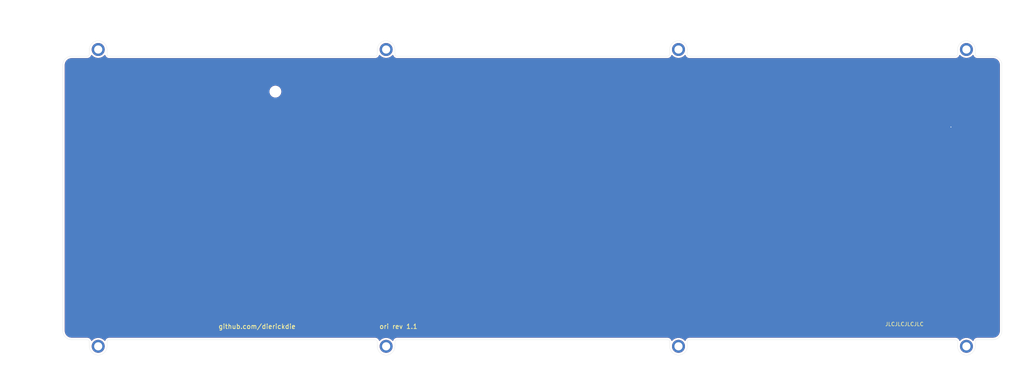
<source format=kicad_pcb>
(kicad_pcb (version 20171130) (host pcbnew "(5.1.10-1-10_14)")
  (layers (0 F.Cu signal) (31 B.Cu signal) (34 B.Paste user) (35 F.Paste user) (36 B.SilkS user) (37 F.SilkS user) (38 B.Mask user) (39 F.Mask user) (44 Edge.Cuts user))
  (net 0 "")
  (net 1 GND)
  (net 2 "Net-(D1-Pad1)")
  (module Keeb_footprints:D_SOD-123_modified (layer F.Cu) (at 389.36137 59.51884 180)
    (fp_text reference D1)
    (fp_text value DIODE)
    (pad 2 smd roundrect (at 1.65 0 180) (size 1 1.2) (layers F.Cu F.Paste F.Mask) (net 1 GND))
    (pad 1 smd roundrect (at -1.65 0 180) (size 1 1.2) (layers F.Cu F.Paste F.Mask) (net 2 "Net-(D1-Pad1)"))
  )
  (module random-keyboard-parts:Generic-Mounthole (layer F.Cu) (at 203.623474 49.993944)
    (fp_text reference H12)
    (fp_text value MountingHole)
    (pad "" np_thru_hole circle (at 0 0) (size 2.2 2.2) (drill 2.2) (layers *.Cu *.Mask))
  )
  (module random-keyboard-parts:Generic-Mounthole (layer F.Cu) (at 311.970354 118.454889)
    (fp_text reference H6)
    (fp_text value MountingHole)
    (pad 1 thru_hole circle (at 0 0) (size 3.5 3.5) (drill 2.2) (layers *.Cu *.Mask))
  )
  (module random-keyboard-parts:Generic-Mounthole (layer F.Cu) (at 311.970354 38.682951)
    (fp_text reference H5)
    (fp_text value MountingHole)
    (pad 1 thru_hole circle (at 0 0) (size 3.5 3.5) (drill 2.2) (layers *.Cu *.Mask))
  )
  (module random-keyboard-parts:Generic-Mounthole (layer F.Cu) (at 233.389042 118.454889)
    (fp_text reference H4)
    (fp_text value MountingHole)
    (pad 1 thru_hole circle (at 0 0) (size 3.5 3.5) (drill 2.2) (layers *.Cu *.Mask))
  )
  (module random-keyboard-parts:Generic-Mounthole (layer F.Cu) (at 233.389042 38.682951)
    (fp_text reference H3)
    (fp_text value MountingHole)
    (pad 1 thru_hole circle (at 0 0) (size 3.5 3.5) (drill 2.2) (layers *.Cu *.Mask))
  )
  (module random-keyboard-parts:Generic-Mounthole (layer F.Cu) (at 155.998322 118.454889)
    (fp_text reference H2)
    (fp_text value MountingHole)
    (pad 1 thru_hole circle (at 0 0) (size 3.5 3.5) (drill 2.2) (layers *.Cu *.Mask))
  )
  (module random-keyboard-parts:Generic-Mounthole (layer F.Cu) (at 155.998322 38.683016)
    (fp_text reference H1)
    (fp_text value MountingHole)
    (pad 1 thru_hole circle (at 0 0) (size 3.5 3.5) (drill 2.2) (layers *.Cu *.Mask))
  )
  (module Keeb_footprints:MX100_outline (layer F.Cu) (at 389.36137 69.04388)
    (fp_text reference U53)
    (fp_text value HOLE)
  )
  (module Keeb_footprints:MX100_outline (layer F.Cu) (at 389.33601 107.1567)
    (fp_text reference U61)
    (fp_text value HOLE)
  )
  (module Keeb_footprints:MX100_outline (layer F.Cu) (at 389.33601 50.00646)
    (fp_text reference U49)
    (fp_text value HOLE)
  )
  (module random-keyboard-parts:Generic-Mounthole (layer F.Cu) (at 389.360818 38.683016)
    (fp_text reference H7)
    (fp_text value MountingHole)
    (pad 1 thru_hole circle (at 0 0) (size 3.5 3.5) (drill 2.2) (layers *.Cu *.Mask))
  )
  (module Keeb_footprints:MX100_outline (layer F.Cu) (at 389.361002 88.10662)
    (fp_text reference U57)
    (fp_text value HOLE)
  )
  (module random-keyboard-parts:Generic-Mounthole (layer F.Cu) (at 389.360818 118.454824)
    (fp_text reference H8)
    (fp_text value MountingHole)
    (pad 1 thru_hole circle (at 0 0) (size 3.5 3.5) (drill 2.2) (layers *.Cu *.Mask))
  )
  (module Keeb_footprints:MX100_outline (layer F.Cu) (at 365.52341 107.1567)
    (fp_text reference U48)
    (fp_text value HOLE)
  )
  (module Keeb_footprints:MX100_outline (layer F.Cu) (at 346.47333 107.16)
    (fp_text reference U47)
    (fp_text value HOLE)
  )
  (module Keeb_footprints:MX100_outline (layer F.Cu) (at 327.42325 107.1567)
    (fp_text reference U46)
    (fp_text value HOLE)
  )
  (module Keeb_footprints:MX100_outline (layer F.Cu) (at 308.37317 107.1567)
    (fp_text reference U45)
    (fp_text value HOLE)
  )
  (module Keeb_footprints:MX100_outline (layer F.Cu) (at 289.32309 107.1567)
    (fp_text reference U44)
    (fp_text value HOLE)
  )
  (module Keeb_footprints:MX100_outline (layer F.Cu) (at 270.27301 107.1567)
    (fp_text reference U43)
    (fp_text value HOLE)
  )
  (module Keeb_footprints:MX100_outline (layer F.Cu) (at 251.22293 107.1567)
    (fp_text reference U42)
    (fp_text value HOLE)
  )
  (module Keeb_footprints:MX100_outline (layer F.Cu) (at 251.22293 88.10662)
    (fp_text reference U30)
    (fp_text value HOLE)
  )
  (module Keeb_footprints:MX100_outline (layer F.Cu) (at 232.17285 88.10662)
    (fp_text reference U29)
    (fp_text value HOLE)
  )
  (module Keeb_footprints:MX100_outline (layer F.Cu) (at 213.12277 88.10662)
    (fp_text reference U28)
    (fp_text value HOLE)
  )
  (module Keeb_footprints:MX100_outline (layer F.Cu) (at 194.07269 88.10662)
    (fp_text reference U27)
    (fp_text value HOLE)
  )
  (module Keeb_footprints:MX100_outline (layer F.Cu) (at 175.02261 88.10662)
    (fp_text reference U26)
    (fp_text value HOLE)
  )
  (module Keeb_footprints:MX100_outline (layer F.Cu) (at 155.97253 88.10662)
    (fp_text reference U25)
    (fp_text value HOLE)
  )
  (module Keeb_footprints:MX100_outline (layer F.Cu) (at 365.52341 69.05654)
    (fp_text reference U24)
    (fp_text value HOLE)
  )
  (module Keeb_footprints:MX100_outline (layer F.Cu) (at 232.17285 107.1567)
    (fp_text reference U41)
    (fp_text value HOLE)
  )
  (module Keeb_footprints:MX100_outline (layer F.Cu) (at 213.12277 107.1567)
    (fp_text reference U40)
    (fp_text value HOLE)
  )
  (module Keeb_footprints:MX100_outline (layer F.Cu) (at 194.07269 107.1567)
    (fp_text reference U39)
    (fp_text value HOLE)
  )
  (module Keeb_footprints:MX100_outline (layer F.Cu) (at 175.02261 107.1567)
    (fp_text reference U38)
    (fp_text value HOLE)
  )
  (module Keeb_footprints:MX100_outline (layer F.Cu) (at 155.97253 107.1567)
    (fp_text reference U37)
    (fp_text value HOLE)
  )
  (module Keeb_footprints:MX100_outline (layer F.Cu) (at 365.52341 88.10662)
    (fp_text reference U36)
    (fp_text value HOLE)
  )
  (module Keeb_footprints:MX100_outline (layer F.Cu) (at 346.47333 88.10662)
    (fp_text reference U35)
    (fp_text value HOLE)
  )
  (module Keeb_footprints:MX100_outline (layer F.Cu) (at 327.42325 88.10662)
    (fp_text reference U34)
    (fp_text value HOLE)
  )
  (module Keeb_footprints:MX100_outline (layer F.Cu) (at 308.37317 88.10662)
    (fp_text reference U33)
    (fp_text value HOLE)
  )
  (module Keeb_footprints:MX100_outline (layer F.Cu) (at 289.32309 88.10662)
    (fp_text reference U32)
    (fp_text value HOLE)
  )
  (module Keeb_footprints:MX100_outline (layer F.Cu) (at 270.27301 88.10662)
    (fp_text reference U31)
    (fp_text value HOLE)
  )
  (module Keeb_footprints:MX100_outline (layer F.Cu) (at 346.47333 69.05654)
    (fp_text reference U23)
    (fp_text value HOLE)
  )
  (module Keeb_footprints:MX100_outline (layer F.Cu) (at 327.42325 69.05654)
    (fp_text reference U22)
    (fp_text value HOLE)
  )
  (module Keeb_footprints:MX100_outline (layer F.Cu) (at 308.37317 69.05654)
    (fp_text reference U21)
    (fp_text value HOLE)
  )
  (module Keeb_footprints:MX100_outline (layer F.Cu) (at 289.32309 69.05654)
    (fp_text reference U20)
    (fp_text value HOLE)
  )
  (module Keeb_footprints:MX100_outline (layer F.Cu) (at 270.27301 69.05654)
    (fp_text reference U19)
    (fp_text value HOLE)
  )
  (module Keeb_footprints:MX100_outline (layer F.Cu) (at 251.22293 69.05654)
    (fp_text reference U18)
    (fp_text value HOLE)
  )
  (module Keeb_footprints:MX100_outline (layer F.Cu) (at 232.17285 69.05654)
    (fp_text reference U17)
    (fp_text value HOLE)
  )
  (module Keeb_footprints:MX100_outline (layer F.Cu) (at 213.12277 69.05654)
    (fp_text reference U16)
    (fp_text value HOLE)
  )
  (module Keeb_footprints:MX100_outline (layer F.Cu) (at 194.07269 69.05654)
    (fp_text reference U15)
    (fp_text value HOLE)
  )
  (module Keeb_footprints:MX100_outline (layer F.Cu) (at 175.02261 69.05654)
    (fp_text reference U14)
    (fp_text value HOLE)
  )
  (module Keeb_footprints:MX100_outline (layer F.Cu) (at 155.97253 69.05654)
    (fp_text reference U13)
    (fp_text value HOLE)
  )
  (module Keeb_footprints:MX100_outline (layer F.Cu) (at 365.52341 50.00646)
    (fp_text reference U12)
    (fp_text value HOLE)
  )
  (module Keeb_footprints:MX100_outline (layer F.Cu) (at 346.47333 50.00646)
    (fp_text reference U11)
    (fp_text value HOLE)
  )
  (module Keeb_footprints:MX100_outline (layer F.Cu) (at 327.42325 50.00646)
    (fp_text reference U10)
    (fp_text value HOLE)
  )
  (module Keeb_footprints:MX100_outline (layer F.Cu) (at 308.37317 50.00646)
    (fp_text reference U9)
    (fp_text value HOLE)
  )
  (module Keeb_footprints:MX100_outline (layer F.Cu) (at 289.32309 50.00646)
    (fp_text reference U8)
    (fp_text value HOLE)
  )
  (module Keeb_footprints:MX100_outline (layer F.Cu) (at 270.27301 50.00646)
    (fp_text reference U7)
    (fp_text value HOLE)
  )
  (module Keeb_footprints:MX100_outline (layer F.Cu) (at 251.22293 50.00646)
    (fp_text reference U6)
    (fp_text value HOLE)
  )
  (module Keeb_footprints:MX100_outline (layer F.Cu) (at 232.17285 50.00646)
    (fp_text reference U5)
    (fp_text value HOLE)
  )
  (module Keeb_footprints:MX100_outline (layer F.Cu) (at 213.12277 50.00646)
    (fp_text reference U4)
    (fp_text value HOLE)
  )
  (module Keeb_footprints:MX100_outline (layer F.Cu) (at 194.07269 50.00646)
    (fp_text reference U3)
    (fp_text value HOLE)
  )
  (module Keeb_footprints:MX100_outline (layer F.Cu) (at 175.02261 50.00646)
    (fp_text reference U2)
    (fp_text value HOLE)
  )
  (module Keeb_footprints:MX100_outline (layer F.Cu) (at 155.97253 50.00646)
    (fp_text reference U1)
    (fp_text value HOLE)
  )
  (gr_line (start 235.77051 117.264265) (end 235.77051 118.454889) (layer Edge.Cuts) (width 0.05))
  (gr_line (start 231.008006 117.264265) (end 231.008006 118.454889) (layer Edge.Cuts) (width 0.05))
  (gr_line (start 158.379763 117.264329) (end 158.379763 118.454953) (layer Edge.Cuts) (width 0.05))
  (gr_line (start 153.617259 117.264329) (end 153.617259 118.454953) (layer Edge.Cuts) (width 0.05))
  (gr_line (start 314.351795 117.264329) (end 314.351795 118.454953) (layer Edge.Cuts) (width 0.05))
  (gr_line (start 309.589291 117.264329) (end 309.589291 118.454953) (layer Edge.Cuts) (width 0.05))
  (gr_line (start 391.742254 117.264265) (end 391.742254 118.454889) (layer Edge.Cuts) (width 0.05))
  (gr_line (start 386.97975 117.264265) (end 386.97975 118.454889) (layer Edge.Cuts) (width 0.05))
  (gr_line (start 391.741886 38.682951) (end 391.741886 39.873575) (layer Edge.Cuts) (width 0.05))
  (gr_line (start 386.979382 38.682951) (end 386.979382 39.873575) (layer Edge.Cuts) (width 0.05))
  (gr_line (start 314.351326 38.682951) (end 314.351326 39.873575) (layer Edge.Cuts) (width 0.05))
  (gr_line (start 309.588822 38.682951) (end 309.588822 39.873575) (layer Edge.Cuts) (width 0.05))
  (gr_line (start 231.007638 38.682951) (end 231.007638 39.873575) (layer Edge.Cuts) (width 0.05))
  (gr_line (start 235.770142 38.682951) (end 235.770142 39.873575) (layer Edge.Cuts) (width 0.05))
  (gr_line (start 153.617078 38.683016) (end 153.617078 39.873575) (layer Edge.Cuts) (width 0.05))
  (gr_line (start 158.379582 38.683016) (end 158.379582 39.873575) (layer Edge.Cuts) (width 0.05))
  (gr_line (start 392.337567 116.668952) (end 396.50515 116.66908) (layer Edge.Cuts) (width 0.05))
  (gr_line (start 314.947108 116.669016) (end 386.384437 116.668952) (layer Edge.Cuts) (width 0.05))
  (gr_line (start 236.365823 116.668952) (end 308.993978 116.669016) (layer Edge.Cuts) (width 0.05))
  (gr_line (start 158.975076 116.669016) (end 230.412693 116.668952) (layer Edge.Cuts) (width 0.05))
  (gr_line (start 148.85411 116.66908) (end 153.021946 116.669016) (layer Edge.Cuts) (width 0.05))
  (gr_line (start 146.47285 42.85002) (end 146.47285 114.28782) (layer Edge.Cuts) (width 0.05))
  (gr_line (start 153.021765 40.468888) (end 148.85411 40.46876) (layer Edge.Cuts) (width 0.05))
  (gr_line (start 230.412325 40.468888) (end 158.974895 40.468888) (layer Edge.Cuts) (width 0.05))
  (gr_line (start 308.993509 40.468888) (end 236.365455 40.468888) (layer Edge.Cuts) (width 0.05))
  (gr_line (start 386.384069 40.468888) (end 314.946639 40.468888) (layer Edge.Cuts) (width 0.05))
  (gr_line (start 396.50515 40.46876) (end 392.337199 40.468888) (layer Edge.Cuts) (width 0.05))
  (gr_line (start 398.88641 114.28782) (end 398.88641 42.85002) (layer Edge.Cuts) (width 0.05))
  (gr_arc (start 389.360634 38.682951) (end 391.741886 38.682951) (angle -180) (layer Edge.Cuts) (width 0.05))
  (gr_arc (start 392.337199 39.873575) (end 391.741886 39.873575) (angle -90) (layer Edge.Cuts) (width 0.05))
  (gr_arc (start 386.384069 39.873575) (end 386.384069 40.468888) (angle -90) (layer Edge.Cuts) (width 0.05))
  (gr_arc (start 311.970074 38.682951) (end 314.351326 38.682951) (angle -180) (layer Edge.Cuts) (width 0.05))
  (gr_arc (start 314.946639 39.873575) (end 314.351326 39.873575) (angle -90) (layer Edge.Cuts) (width 0.05))
  (gr_arc (start 308.993509 39.873575) (end 308.993509 40.468888) (angle -90) (layer Edge.Cuts) (width 0.05))
  (gr_arc (start 233.38889 38.682951) (end 235.770142 38.682951) (angle -180) (layer Edge.Cuts) (width 0.05))
  (gr_arc (start 236.365455 39.873575) (end 235.770142 39.873575) (angle -90) (layer Edge.Cuts) (width 0.05))
  (gr_arc (start 230.412325 39.873575) (end 230.412325 40.468888) (angle -90) (layer Edge.Cuts) (width 0.05))
  (gr_arc (start 155.99833 38.683016) (end 158.379582 38.683016) (angle -180) (layer Edge.Cuts) (width 0.05))
  (gr_arc (start 158.974895 39.873575) (end 158.379582 39.873575) (angle -90) (layer Edge.Cuts) (width 0.05))
  (gr_arc (start 153.021765 39.873575) (end 153.021765 40.468888) (angle -90) (layer Edge.Cuts) (width 0.05))
  (gr_arc (start 155.998511 118.454953) (end 153.617259 118.454953) (angle -180) (layer Edge.Cuts) (width 0.05))
  (gr_arc (start 153.021946 117.264329) (end 153.617259 117.264329) (angle -90) (layer Edge.Cuts) (width 0.05))
  (gr_arc (start 158.975076 117.264329) (end 158.975076 116.669016) (angle -90) (layer Edge.Cuts) (width 0.05))
  (gr_arc (start 233.389258 118.454889) (end 231.008006 118.454889) (angle -180) (layer Edge.Cuts) (width 0.05))
  (gr_arc (start 230.412693 117.264265) (end 231.008006 117.264265) (angle -90) (layer Edge.Cuts) (width 0.05))
  (gr_arc (start 236.365823 117.264265) (end 236.365823 116.668952) (angle -90) (layer Edge.Cuts) (width 0.05))
  (gr_arc (start 311.970543 118.454953) (end 309.589291 118.454953) (angle -180) (layer Edge.Cuts) (width 0.05))
  (gr_arc (start 308.993978 117.264329) (end 309.589291 117.264329) (angle -90) (layer Edge.Cuts) (width 0.05))
  (gr_arc (start 314.947108 117.264329) (end 314.947108 116.669016) (angle -90) (layer Edge.Cuts) (width 0.05))
  (gr_arc (start 389.361002 118.454889) (end 386.97975 118.454889) (angle -180) (layer Edge.Cuts) (width 0.05))
  (gr_arc (start 392.337567 117.264265) (end 392.337567 116.668952) (angle -90) (layer Edge.Cuts) (width 0.05))
  (gr_arc (start 386.384437 117.264265) (end 386.97975 117.264265) (angle -90) (layer Edge.Cuts) (width 0.05))
  (gr_arc (start 396.50515 42.85002) (end 398.88641 42.85002) (angle -90) (layer Edge.Cuts) (width 0.05))
  (gr_arc (start 396.50515 114.28782) (end 396.50515 116.66908) (angle -90) (layer Edge.Cuts) (width 0.05))
  (gr_arc (start 148.85411 114.28782) (end 146.47285 114.28782) (angle -90) (layer Edge.Cuts) (width 0.05))
  (gr_arc (start 148.85411 42.85002) (end 148.85411 40.46876) (angle -90) (layer Edge.Cuts) (width 0.05))
  (gr_text JLCJLCJLCJLC (at 372.692082 112.501704) (layer F.SilkS) (effects (font (size 1 1))))
  (gr_text github.com/dierickdie (at 198.702248 113.136076) (layer F.SilkS) (effects (font (size 1.25 1.25) (thickness 0.2))))
  (gr_text "ori rev 1.1" (at 236.702148 113.136076) (layer F.SilkS) (effects (font (size 1.25 1.25) (thickness 0.2))))
  (via (at 385.194165 59.51884) (size 0.5) (drill 0.25) (layers F.Cu B.Cu) (net 1))
  (segment (start 387.71137 59.51884) (end 385.194165 59.51884) (width 0.25) (layer F.Cu) (net 1))
  (zone (net 1) (net_name GND) (layer B.Cu) (connect_pads (clearance 0.508)) (min_thickness 0.254) (fill yes (arc_segments 32) (thermal_gap 0.508) (thermal_bridge_width 0.508))
    (polygon (pts (xy 404.83956 34.51561) (xy 404.83956 123.81286) (xy 142.90096 123.81286) (xy 142.90096 34.51561)))
  )
  (zone (net 1) (net_name GND) (layer F.Cu) (connect_pads (clearance 0.508)) (min_thickness 0.254) (fill yes (arc_segments 32) (thermal_gap 0.508) (thermal_bridge_width 0.508))
    (polygon (pts (xy 404.83956 34.51561) (xy 404.83956 123.81286) (xy 142.90096 123.81286) (xy 142.90096 34.51561)))
  )
)
</source>
